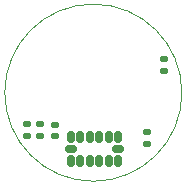
<source format=gbr>
%TF.GenerationSoftware,KiCad,Pcbnew,9.0.0*%
%TF.CreationDate,2025-03-13T16:48:12-04:00*%
%TF.ProjectId,IngestibleCapsule-Board_larger_vias,496e6765-7374-4696-926c-654361707375,rev?*%
%TF.SameCoordinates,Original*%
%TF.FileFunction,Paste,Top*%
%TF.FilePolarity,Positive*%
%FSLAX46Y46*%
G04 Gerber Fmt 4.6, Leading zero omitted, Abs format (unit mm)*
G04 Created by KiCad (PCBNEW 9.0.0) date 2025-03-13 16:48:12*
%MOMM*%
%LPD*%
G01*
G04 APERTURE LIST*
G04 Aperture macros list*
%AMRoundRect*
0 Rectangle with rounded corners*
0 $1 Rounding radius*
0 $2 $3 $4 $5 $6 $7 $8 $9 X,Y pos of 4 corners*
0 Add a 4 corners polygon primitive as box body*
4,1,4,$2,$3,$4,$5,$6,$7,$8,$9,$2,$3,0*
0 Add four circle primitives for the rounded corners*
1,1,$1+$1,$2,$3*
1,1,$1+$1,$4,$5*
1,1,$1+$1,$6,$7*
1,1,$1+$1,$8,$9*
0 Add four rect primitives between the rounded corners*
20,1,$1+$1,$2,$3,$4,$5,0*
20,1,$1+$1,$4,$5,$6,$7,0*
20,1,$1+$1,$6,$7,$8,$9,0*
20,1,$1+$1,$8,$9,$2,$3,0*%
G04 Aperture macros list end*
%ADD10RoundRect,0.150000X-0.150000X0.325000X-0.150000X-0.325000X0.150000X-0.325000X0.150000X0.325000X0*%
%ADD11RoundRect,0.150000X-0.325000X0.150000X-0.325000X-0.150000X0.325000X-0.150000X0.325000X0.150000X0*%
%ADD12RoundRect,0.135000X0.185000X-0.135000X0.185000X0.135000X-0.185000X0.135000X-0.185000X-0.135000X0*%
%ADD13RoundRect,0.140000X0.170000X-0.140000X0.170000X0.140000X-0.170000X0.140000X-0.170000X-0.140000X0*%
%ADD14RoundRect,0.135000X-0.185000X0.135000X-0.185000X-0.135000X0.185000X-0.135000X0.185000X0.135000X0*%
%TA.AperFunction,Profile*%
%ADD15C,0.050000*%
%TD*%
G04 APERTURE END LIST*
D10*
%TO.C,U3*%
X102100000Y-98750000D03*
X101300000Y-98750000D03*
X100500000Y-98750000D03*
X99700000Y-98750000D03*
X98900000Y-98750000D03*
X98100000Y-98750000D03*
D11*
X98100000Y-99750000D03*
D10*
X98100000Y-100750000D03*
X98900000Y-100750000D03*
X99700000Y-100750000D03*
X100500000Y-100750000D03*
X101300000Y-100750000D03*
X102100000Y-100750000D03*
D11*
X102100000Y-99750000D03*
%TD*%
D12*
%TO.C,R6*%
X94350000Y-98710000D03*
X94350000Y-97690000D03*
%TD*%
D13*
%TO.C,C12*%
X96750000Y-98680000D03*
X96750000Y-97720000D03*
%TD*%
D14*
%TO.C,R7*%
X95450000Y-97680000D03*
X95450000Y-98700000D03*
%TD*%
D13*
%TO.C,C13*%
X106000000Y-93130000D03*
X106000000Y-92170000D03*
%TD*%
D14*
%TO.C,R5*%
X104550000Y-98330000D03*
X104550000Y-99350000D03*
%TD*%
D15*
X107500000Y-95000000D02*
G75*
G02*
X92500000Y-95000000I-7500000J0D01*
G01*
X92500000Y-95000000D02*
G75*
G02*
X107500000Y-95000000I7500000J0D01*
G01*
M02*

</source>
